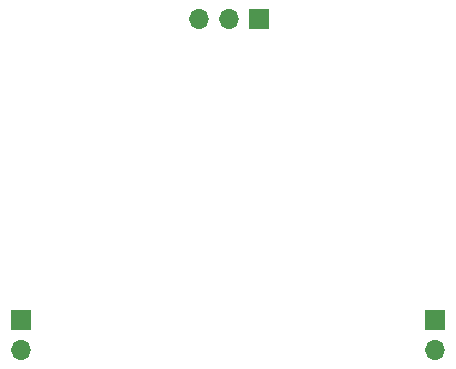
<source format=gbr>
%TF.GenerationSoftware,KiCad,Pcbnew,8.0.7*%
%TF.CreationDate,2025-01-17T16:07:08+00:00*%
%TF.ProjectId,Spectralist_LEDs,53706563-7472-4616-9c69-73745f4c4544,rev?*%
%TF.SameCoordinates,Original*%
%TF.FileFunction,Soldermask,Bot*%
%TF.FilePolarity,Negative*%
%FSLAX46Y46*%
G04 Gerber Fmt 4.6, Leading zero omitted, Abs format (unit mm)*
G04 Created by KiCad (PCBNEW 8.0.7) date 2025-01-17 16:07:08*
%MOMM*%
%LPD*%
G01*
G04 APERTURE LIST*
%ADD10R,1.700000X1.700000*%
%ADD11O,1.700000X1.700000*%
G04 APERTURE END LIST*
D10*
%TO.C,J3*%
X147500000Y-110000000D03*
D11*
X147500000Y-112540000D03*
%TD*%
D10*
%TO.C,J2*%
X112400000Y-110000000D03*
D11*
X112400000Y-112540000D03*
%TD*%
D10*
%TO.C,J1*%
X132525000Y-84500000D03*
D11*
X129985000Y-84500000D03*
X127445000Y-84500000D03*
%TD*%
M02*

</source>
